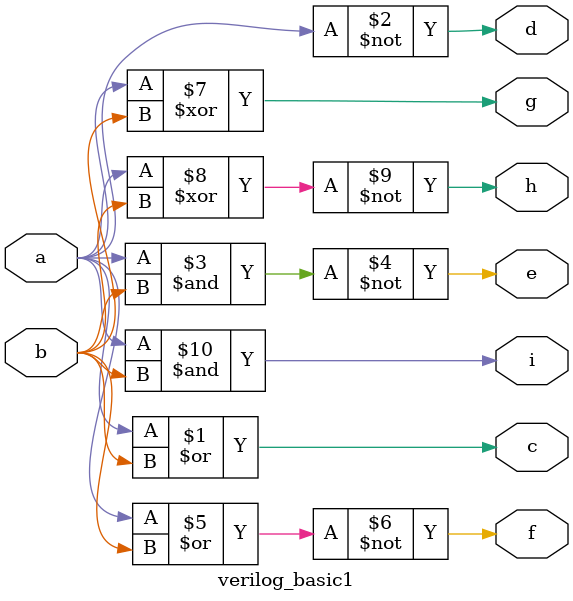
<source format=v>

module verilog_basic1(
input wire a,
input wire b,
output wire c,
output wire d,
output wire e,
output wire f,
output wire g,
output wire h,
output wire i
);
assign c = a|b;
assign d = ~a;
assign e = ~(a&b);
assign f = ~(a|b);
assign g = a^b;
assign h =~(a^b);
assign i =a&b;
endmodule


</source>
